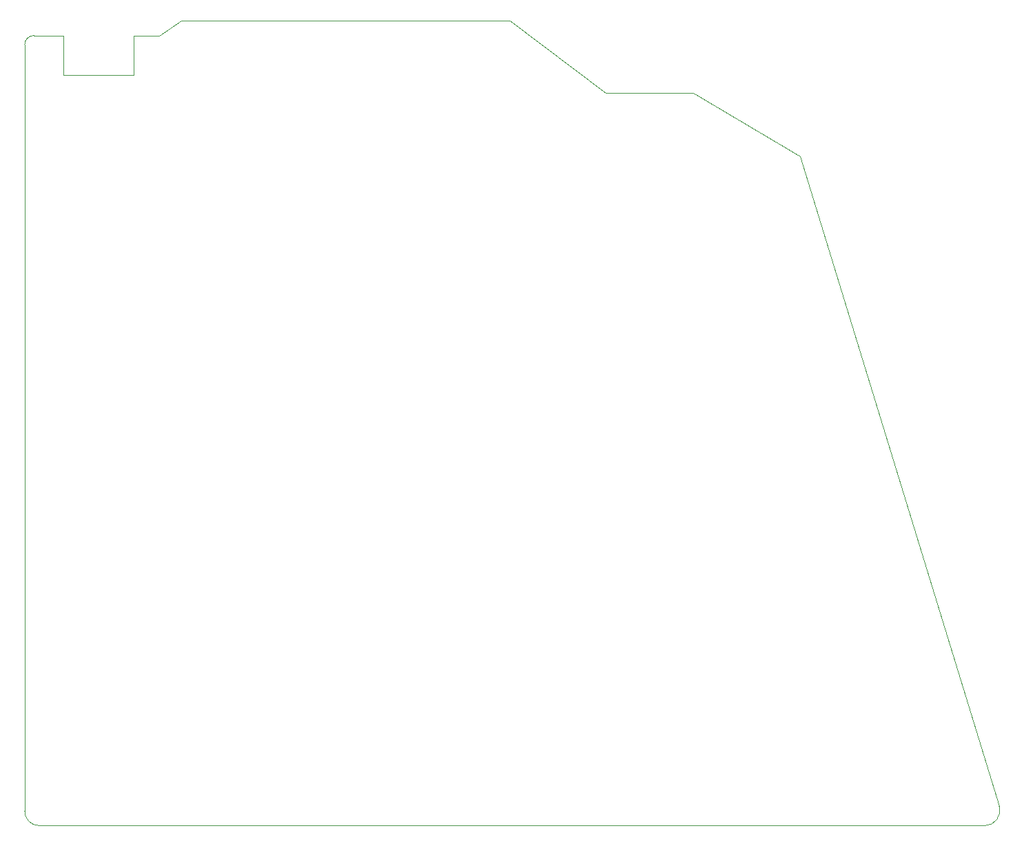
<source format=gbr>
%TF.GenerationSoftware,KiCad,Pcbnew,(5.1.6)-1*%
%TF.CreationDate,2021-05-04T17:20:08-05:00*%
%TF.ProjectId,FlatDox,466c6174-446f-4782-9e6b-696361645f70,rev?*%
%TF.SameCoordinates,Original*%
%TF.FileFunction,Profile,NP*%
%FSLAX46Y46*%
G04 Gerber Fmt 4.6, Leading zero omitted, Abs format (unit mm)*
G04 Created by KiCad (PCBNEW (5.1.6)-1) date 2021-05-04 17:20:08*
%MOMM*%
%LPD*%
G01*
G04 APERTURE LIST*
%TA.AperFunction,Profile*%
%ADD10C,0.050000*%
%TD*%
G04 APERTURE END LIST*
D10*
X143682720Y-52257960D02*
X154452320Y-52257960D01*
X192025464Y-139962187D02*
G75*
G02*
X190224656Y-142351760I-1775408J-535374D01*
G01*
X73426320Y-45171360D02*
X77058520Y-45171360D01*
X72283320Y-46314360D02*
G75*
G02*
X73426320Y-45171360I1143000J0D01*
G01*
X131897120Y-43317160D02*
X143682720Y-52257960D01*
X154452320Y-52257960D02*
X167558720Y-59979560D01*
X77058520Y-50048160D02*
X77058520Y-45171360D01*
X74062020Y-142351769D02*
G75*
G02*
X72283320Y-140522960I24699J1803409D01*
G01*
X88818720Y-45171360D02*
X91511120Y-43317160D01*
X131897120Y-43317160D02*
X91511120Y-43317160D01*
X72283320Y-46314360D02*
X72283320Y-140522960D01*
X167558720Y-59979560D02*
X192025464Y-139962187D01*
X74062020Y-142351769D02*
X190224656Y-142351760D01*
X77058520Y-50048160D02*
X85719920Y-50048160D01*
X88818720Y-45171360D02*
X85719920Y-45171360D01*
X85719920Y-50048160D02*
X85719920Y-45171360D01*
M02*

</source>
